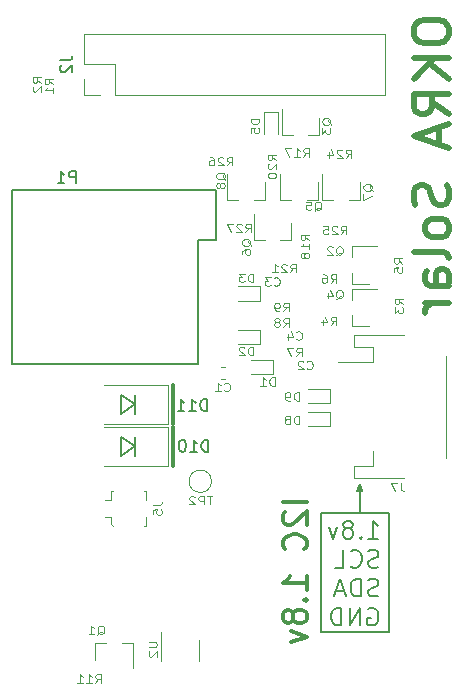
<source format=gbo>
G04 #@! TF.GenerationSoftware,KiCad,Pcbnew,(5.1.4-dirty)*
G04 #@! TF.CreationDate,2020-05-21T00:04:07+08:00*
G04 #@! TF.ProjectId,cicada-4g,63696361-6461-42d3-9467-2e6b69636164,0.1*
G04 #@! TF.SameCoordinates,PX7cee6c0PY3dfd240*
G04 #@! TF.FileFunction,Legend,Bot*
G04 #@! TF.FilePolarity,Positive*
%FSLAX46Y46*%
G04 Gerber Fmt 4.6, Leading zero omitted, Abs format (unit mm)*
G04 Created by KiCad (PCBNEW (5.1.4-dirty)) date 2020-05-21 00:04:07*
%MOMM*%
%LPD*%
G04 APERTURE LIST*
%ADD10C,0.500000*%
%ADD11C,0.200000*%
%ADD12C,0.300000*%
%ADD13C,0.120000*%
%ADD14C,0.150000*%
G04 APERTURE END LIST*
D10*
X35157142Y-1928571D02*
X35157142Y-2500000D01*
X35300000Y-2785714D01*
X35585714Y-3071428D01*
X36157142Y-3214285D01*
X37157142Y-3214285D01*
X37728571Y-3071428D01*
X38014285Y-2785714D01*
X38157142Y-2500000D01*
X38157142Y-1928571D01*
X38014285Y-1642857D01*
X37728571Y-1357142D01*
X37157142Y-1214285D01*
X36157142Y-1214285D01*
X35585714Y-1357142D01*
X35300000Y-1642857D01*
X35157142Y-1928571D01*
X38157142Y-4500000D02*
X35157142Y-4500000D01*
X38157142Y-6214285D02*
X36442857Y-4928571D01*
X35157142Y-6214285D02*
X36871428Y-4500000D01*
X38157142Y-9214285D02*
X36728571Y-8214285D01*
X38157142Y-7500000D02*
X35157142Y-7500000D01*
X35157142Y-8642857D01*
X35300000Y-8928571D01*
X35442857Y-9071428D01*
X35728571Y-9214285D01*
X36157142Y-9214285D01*
X36442857Y-9071428D01*
X36585714Y-8928571D01*
X36728571Y-8642857D01*
X36728571Y-7500000D01*
X37300000Y-10357142D02*
X37300000Y-11785714D01*
X38157142Y-10071428D02*
X35157142Y-11071428D01*
X38157142Y-12071428D01*
X38014285Y-15214285D02*
X38157142Y-15642857D01*
X38157142Y-16357142D01*
X38014285Y-16642857D01*
X37871428Y-16785714D01*
X37585714Y-16928571D01*
X37300000Y-16928571D01*
X37014285Y-16785714D01*
X36871428Y-16642857D01*
X36728571Y-16357142D01*
X36585714Y-15785714D01*
X36442857Y-15500000D01*
X36300000Y-15357142D01*
X36014285Y-15214285D01*
X35728571Y-15214285D01*
X35442857Y-15357142D01*
X35300000Y-15500000D01*
X35157142Y-15785714D01*
X35157142Y-16500000D01*
X35300000Y-16928571D01*
X38157142Y-18642857D02*
X38014285Y-18357142D01*
X37871428Y-18214285D01*
X37585714Y-18071428D01*
X36728571Y-18071428D01*
X36442857Y-18214285D01*
X36300000Y-18357142D01*
X36157142Y-18642857D01*
X36157142Y-19071428D01*
X36300000Y-19357142D01*
X36442857Y-19500000D01*
X36728571Y-19642857D01*
X37585714Y-19642857D01*
X37871428Y-19500000D01*
X38014285Y-19357142D01*
X38157142Y-19071428D01*
X38157142Y-18642857D01*
X38157142Y-21357142D02*
X38014285Y-21071428D01*
X37728571Y-20928571D01*
X35157142Y-20928571D01*
X38157142Y-23785714D02*
X36585714Y-23785714D01*
X36300000Y-23642857D01*
X36157142Y-23357142D01*
X36157142Y-22785714D01*
X36300000Y-22500000D01*
X38014285Y-23785714D02*
X38157142Y-23500000D01*
X38157142Y-22785714D01*
X38014285Y-22500000D01*
X37728571Y-22357142D01*
X37442857Y-22357142D01*
X37157142Y-22500000D01*
X37014285Y-22785714D01*
X37014285Y-23500000D01*
X36871428Y-23785714D01*
X38157142Y-25214285D02*
X36157142Y-25214285D01*
X36728571Y-25214285D02*
X36442857Y-25357142D01*
X36300000Y-25500000D01*
X36157142Y-25785714D01*
X36157142Y-26071428D01*
D11*
X30400000Y-41150000D02*
X30600000Y-40550000D01*
X30800000Y-41150000D02*
X30400000Y-41150000D01*
X30600000Y-40550000D02*
X30800000Y-41150000D01*
X30600000Y-43000000D02*
X30600000Y-40550000D01*
X33050000Y-53100000D02*
X33050000Y-43000000D01*
X27350000Y-53100000D02*
X33050000Y-53100000D01*
X27350000Y-43000000D02*
X27350000Y-53100000D01*
X33050000Y-43000000D02*
X27350000Y-43000000D01*
X31327142Y-45153571D02*
X32184285Y-45153571D01*
X31755714Y-45153571D02*
X31755714Y-43653571D01*
X31898571Y-43867857D01*
X32041428Y-44010714D01*
X32184285Y-44082142D01*
X30684285Y-45010714D02*
X30612857Y-45082142D01*
X30684285Y-45153571D01*
X30755714Y-45082142D01*
X30684285Y-45010714D01*
X30684285Y-45153571D01*
X29755714Y-44296428D02*
X29898571Y-44225000D01*
X29970000Y-44153571D01*
X30041428Y-44010714D01*
X30041428Y-43939285D01*
X29970000Y-43796428D01*
X29898571Y-43725000D01*
X29755714Y-43653571D01*
X29470000Y-43653571D01*
X29327142Y-43725000D01*
X29255714Y-43796428D01*
X29184285Y-43939285D01*
X29184285Y-44010714D01*
X29255714Y-44153571D01*
X29327142Y-44225000D01*
X29470000Y-44296428D01*
X29755714Y-44296428D01*
X29898571Y-44367857D01*
X29970000Y-44439285D01*
X30041428Y-44582142D01*
X30041428Y-44867857D01*
X29970000Y-45010714D01*
X29898571Y-45082142D01*
X29755714Y-45153571D01*
X29470000Y-45153571D01*
X29327142Y-45082142D01*
X29255714Y-45010714D01*
X29184285Y-44867857D01*
X29184285Y-44582142D01*
X29255714Y-44439285D01*
X29327142Y-44367857D01*
X29470000Y-44296428D01*
X28684285Y-44153571D02*
X28327142Y-45153571D01*
X27970000Y-44153571D01*
X32184285Y-47532142D02*
X31970000Y-47603571D01*
X31612857Y-47603571D01*
X31470000Y-47532142D01*
X31398571Y-47460714D01*
X31327142Y-47317857D01*
X31327142Y-47175000D01*
X31398571Y-47032142D01*
X31470000Y-46960714D01*
X31612857Y-46889285D01*
X31898571Y-46817857D01*
X32041428Y-46746428D01*
X32112857Y-46675000D01*
X32184285Y-46532142D01*
X32184285Y-46389285D01*
X32112857Y-46246428D01*
X32041428Y-46175000D01*
X31898571Y-46103571D01*
X31541428Y-46103571D01*
X31327142Y-46175000D01*
X29827142Y-47460714D02*
X29898571Y-47532142D01*
X30112857Y-47603571D01*
X30255714Y-47603571D01*
X30470000Y-47532142D01*
X30612857Y-47389285D01*
X30684285Y-47246428D01*
X30755714Y-46960714D01*
X30755714Y-46746428D01*
X30684285Y-46460714D01*
X30612857Y-46317857D01*
X30470000Y-46175000D01*
X30255714Y-46103571D01*
X30112857Y-46103571D01*
X29898571Y-46175000D01*
X29827142Y-46246428D01*
X28470000Y-47603571D02*
X29184285Y-47603571D01*
X29184285Y-46103571D01*
X32184285Y-49982142D02*
X31970000Y-50053571D01*
X31612857Y-50053571D01*
X31470000Y-49982142D01*
X31398571Y-49910714D01*
X31327142Y-49767857D01*
X31327142Y-49625000D01*
X31398571Y-49482142D01*
X31470000Y-49410714D01*
X31612857Y-49339285D01*
X31898571Y-49267857D01*
X32041428Y-49196428D01*
X32112857Y-49125000D01*
X32184285Y-48982142D01*
X32184285Y-48839285D01*
X32112857Y-48696428D01*
X32041428Y-48625000D01*
X31898571Y-48553571D01*
X31541428Y-48553571D01*
X31327142Y-48625000D01*
X30684285Y-50053571D02*
X30684285Y-48553571D01*
X30327142Y-48553571D01*
X30112857Y-48625000D01*
X29970000Y-48767857D01*
X29898571Y-48910714D01*
X29827142Y-49196428D01*
X29827142Y-49410714D01*
X29898571Y-49696428D01*
X29970000Y-49839285D01*
X30112857Y-49982142D01*
X30327142Y-50053571D01*
X30684285Y-50053571D01*
X29255714Y-49625000D02*
X28541428Y-49625000D01*
X29398571Y-50053571D02*
X28898571Y-48553571D01*
X28398571Y-50053571D01*
X31327142Y-51075000D02*
X31470000Y-51003571D01*
X31684285Y-51003571D01*
X31898571Y-51075000D01*
X32041428Y-51217857D01*
X32112857Y-51360714D01*
X32184285Y-51646428D01*
X32184285Y-51860714D01*
X32112857Y-52146428D01*
X32041428Y-52289285D01*
X31898571Y-52432142D01*
X31684285Y-52503571D01*
X31541428Y-52503571D01*
X31327142Y-52432142D01*
X31255714Y-52360714D01*
X31255714Y-51860714D01*
X31541428Y-51860714D01*
X30612857Y-52503571D02*
X30612857Y-51003571D01*
X29755714Y-52503571D01*
X29755714Y-51003571D01*
X29041428Y-52503571D02*
X29041428Y-51003571D01*
X28684285Y-51003571D01*
X28470000Y-51075000D01*
X28327142Y-51217857D01*
X28255714Y-51360714D01*
X28184285Y-51646428D01*
X28184285Y-51860714D01*
X28255714Y-52146428D01*
X28327142Y-52289285D01*
X28470000Y-52432142D01*
X28684285Y-52503571D01*
X29041428Y-52503571D01*
D12*
X26104761Y-42042857D02*
X24104761Y-42042857D01*
X24295238Y-42900000D02*
X24200000Y-42995238D01*
X24104761Y-43185714D01*
X24104761Y-43661904D01*
X24200000Y-43852380D01*
X24295238Y-43947619D01*
X24485714Y-44042857D01*
X24676190Y-44042857D01*
X24961904Y-43947619D01*
X26104761Y-42804761D01*
X26104761Y-44042857D01*
X25914285Y-46042857D02*
X26009523Y-45947619D01*
X26104761Y-45661904D01*
X26104761Y-45471428D01*
X26009523Y-45185714D01*
X25819047Y-44995238D01*
X25628571Y-44900000D01*
X25247619Y-44804761D01*
X24961904Y-44804761D01*
X24580952Y-44900000D01*
X24390476Y-44995238D01*
X24200000Y-45185714D01*
X24104761Y-45471428D01*
X24104761Y-45661904D01*
X24200000Y-45947619D01*
X24295238Y-46042857D01*
X26104761Y-49471428D02*
X26104761Y-48328571D01*
X26104761Y-48900000D02*
X24104761Y-48900000D01*
X24390476Y-48709523D01*
X24580952Y-48519047D01*
X24676190Y-48328571D01*
X25914285Y-50328571D02*
X26009523Y-50423809D01*
X26104761Y-50328571D01*
X26009523Y-50233333D01*
X25914285Y-50328571D01*
X26104761Y-50328571D01*
X24961904Y-51566666D02*
X24866666Y-51376190D01*
X24771428Y-51280952D01*
X24580952Y-51185714D01*
X24485714Y-51185714D01*
X24295238Y-51280952D01*
X24200000Y-51376190D01*
X24104761Y-51566666D01*
X24104761Y-51947619D01*
X24200000Y-52138095D01*
X24295238Y-52233333D01*
X24485714Y-52328571D01*
X24580952Y-52328571D01*
X24771428Y-52233333D01*
X24866666Y-52138095D01*
X24961904Y-51947619D01*
X24961904Y-51566666D01*
X25057142Y-51376190D01*
X25152380Y-51280952D01*
X25342857Y-51185714D01*
X25723809Y-51185714D01*
X25914285Y-51280952D01*
X26009523Y-51376190D01*
X26104761Y-51566666D01*
X26104761Y-51947619D01*
X26009523Y-52138095D01*
X25914285Y-52233333D01*
X25723809Y-52328571D01*
X25342857Y-52328571D01*
X25152380Y-52233333D01*
X25057142Y-52138095D01*
X24961904Y-51947619D01*
X24771428Y-52995238D02*
X26104761Y-53471428D01*
X24771428Y-53947619D01*
D13*
X7240000Y-2400000D02*
X7240000Y-5000000D01*
X7240000Y-2400000D02*
X32760000Y-2400000D01*
X32760000Y-2400000D02*
X32760000Y-7600000D01*
X9840000Y-7600000D02*
X32760000Y-7600000D01*
X9840000Y-5000000D02*
X9840000Y-7600000D01*
X7240000Y-5000000D02*
X9840000Y-5000000D01*
X7240000Y-7600000D02*
X8570000Y-7600000D01*
X7240000Y-6270000D02*
X7240000Y-7600000D01*
X12500000Y-44100000D02*
X12500000Y-43300000D01*
X12300000Y-44100000D02*
X12500000Y-44100000D01*
X12500000Y-41100000D02*
X12300000Y-41100000D01*
X12500000Y-41900000D02*
X12500000Y-41100000D01*
X9500000Y-41100000D02*
X9500000Y-41900000D01*
X9700000Y-41100000D02*
X9500000Y-41100000D01*
X9500000Y-43900000D02*
X9700000Y-44100000D01*
X9500000Y-43300000D02*
X9500000Y-43900000D01*
X9500000Y-43300000D02*
X9000000Y-43300000D01*
X9500000Y-41900000D02*
X9000000Y-41900000D01*
D12*
X14750000Y-35700000D02*
X14750000Y-39000000D01*
D14*
X11550000Y-37350000D02*
X10350000Y-38150000D01*
X10350000Y-36550000D02*
X11550000Y-37350000D01*
X10350000Y-36550000D02*
X10350000Y-38150000D01*
X11550000Y-36550000D02*
X11550000Y-38150000D01*
D13*
X14350000Y-35700000D02*
X8950000Y-35700000D01*
X14350000Y-39000000D02*
X8950000Y-39000000D01*
X14350000Y-35700000D02*
X14350000Y-39000000D01*
D12*
X14750000Y-32150000D02*
X14750000Y-35450000D01*
D14*
X11550000Y-33800000D02*
X10350000Y-34600000D01*
X10350000Y-33000000D02*
X11550000Y-33800000D01*
X10350000Y-33000000D02*
X10350000Y-34600000D01*
X11550000Y-33000000D02*
X11550000Y-34600000D01*
D13*
X14350000Y-32150000D02*
X8950000Y-32150000D01*
X14350000Y-35450000D02*
X8950000Y-35450000D01*
X14350000Y-32150000D02*
X14350000Y-35450000D01*
D14*
X16900000Y-30350000D02*
X1150000Y-30350000D01*
X1150000Y-30350000D02*
X1150000Y-15600000D01*
X1150000Y-15600000D02*
X18400000Y-15600000D01*
X18400000Y-15600000D02*
X18400000Y-19850000D01*
X18400000Y-19850000D02*
X16900000Y-19850000D01*
X16900000Y-19850000D02*
X16900000Y-30350000D01*
D13*
X37910000Y-29660000D02*
X37910000Y-38340000D01*
X31690000Y-39040000D02*
X31690000Y-37760000D01*
X30090000Y-39040000D02*
X31690000Y-39040000D01*
X30090000Y-40060000D02*
X30090000Y-39040000D01*
X34340000Y-40060000D02*
X30090000Y-40060000D01*
X31690000Y-30240000D02*
X28800000Y-30240000D01*
X31690000Y-28960000D02*
X31690000Y-30240000D01*
X30090000Y-28960000D02*
X31690000Y-28960000D01*
X30090000Y-27940000D02*
X30090000Y-28960000D01*
X34340000Y-27940000D02*
X30090000Y-27940000D01*
X13790000Y-55500000D02*
X13790000Y-53050000D01*
X17010000Y-53700000D02*
X17010000Y-55500000D01*
X18050000Y-40300000D02*
G75*
G03X18050000Y-40300000I-950000J0D01*
G01*
X22540660Y-16454974D02*
X22540660Y-14994974D01*
X19380660Y-16454974D02*
X19380660Y-14294974D01*
X19380660Y-16454974D02*
X20310660Y-16454974D01*
X22540660Y-16454974D02*
X21610660Y-16454974D01*
X30580000Y-16460000D02*
X30580000Y-15000000D01*
X27420000Y-16460000D02*
X27420000Y-14300000D01*
X27420000Y-16460000D02*
X28350000Y-16460000D01*
X30580000Y-16460000D02*
X29650000Y-16460000D01*
X24780000Y-19860000D02*
X24780000Y-18400000D01*
X21620000Y-19860000D02*
X21620000Y-17700000D01*
X21620000Y-19860000D02*
X22550000Y-19860000D01*
X24780000Y-19860000D02*
X23850000Y-19860000D01*
X27030000Y-16460000D02*
X27030000Y-15000000D01*
X23870000Y-16460000D02*
X23870000Y-14300000D01*
X23870000Y-16460000D02*
X24800000Y-16460000D01*
X27030000Y-16460000D02*
X26100000Y-16460000D01*
X29940000Y-27180000D02*
X31400000Y-27180000D01*
X29940000Y-24020000D02*
X32100000Y-24020000D01*
X29940000Y-24020000D02*
X29940000Y-24950000D01*
X29940000Y-27180000D02*
X29940000Y-26250000D01*
X27148579Y-10980000D02*
X27148579Y-9520000D01*
X23988579Y-10980000D02*
X23988579Y-8820000D01*
X23988579Y-10980000D02*
X24918579Y-10980000D01*
X27148579Y-10980000D02*
X26218579Y-10980000D01*
X29940000Y-23580000D02*
X31400000Y-23580000D01*
X29940000Y-20420000D02*
X32100000Y-20420000D01*
X29940000Y-20420000D02*
X29940000Y-21350000D01*
X29940000Y-23580000D02*
X29940000Y-22650000D01*
X8220000Y-53990000D02*
X8220000Y-55450000D01*
X11380000Y-53990000D02*
X11380000Y-56150000D01*
X11380000Y-53990000D02*
X10450000Y-53990000D01*
X8220000Y-53990000D02*
X9150000Y-53990000D01*
X26200000Y-33650000D02*
X28050000Y-33650000D01*
X26200000Y-32450000D02*
X28050000Y-32450000D01*
X28050000Y-32450000D02*
X28050000Y-33650000D01*
X26200000Y-35650000D02*
X28050000Y-35650000D01*
X26200000Y-34450000D02*
X28050000Y-34450000D01*
X28050000Y-34450000D02*
X28050000Y-35650000D01*
X23658579Y-10900000D02*
X23658579Y-9050000D01*
X22458579Y-10900000D02*
X22458579Y-9050000D01*
X22458579Y-9050000D02*
X23658579Y-9050000D01*
X20300000Y-25000000D02*
X22150000Y-25000000D01*
X20300000Y-23800000D02*
X22150000Y-23800000D01*
X22150000Y-23800000D02*
X22150000Y-25000000D01*
X20300000Y-28700000D02*
X22150000Y-28700000D01*
X20300000Y-27500000D02*
X22150000Y-27500000D01*
X22150000Y-27500000D02*
X22150000Y-28700000D01*
X21400000Y-31200000D02*
X23250000Y-31200000D01*
X21400000Y-30000000D02*
X23250000Y-30000000D01*
X23250000Y-30000000D02*
X23250000Y-31200000D01*
X19212779Y-31610000D02*
X18887221Y-31610000D01*
X19212779Y-30590000D02*
X18887221Y-30590000D01*
D14*
X5252380Y-4666666D02*
X5966666Y-4666666D01*
X6109523Y-4619047D01*
X6204761Y-4523809D01*
X6252380Y-4380952D01*
X6252380Y-4285714D01*
X5347619Y-5095238D02*
X5300000Y-5142857D01*
X5252380Y-5238095D01*
X5252380Y-5476190D01*
X5300000Y-5571428D01*
X5347619Y-5619047D01*
X5442857Y-5666666D01*
X5538095Y-5666666D01*
X5680952Y-5619047D01*
X6252380Y-5047619D01*
X6252380Y-5666666D01*
D13*
X13116666Y-42333333D02*
X13616666Y-42333333D01*
X13716666Y-42295238D01*
X13783333Y-42219047D01*
X13816666Y-42104761D01*
X13816666Y-42028571D01*
X13116666Y-43095238D02*
X13116666Y-42714285D01*
X13450000Y-42676190D01*
X13416666Y-42714285D01*
X13383333Y-42790476D01*
X13383333Y-42980952D01*
X13416666Y-43057142D01*
X13450000Y-43095238D01*
X13516666Y-43133333D01*
X13683333Y-43133333D01*
X13750000Y-43095238D01*
X13783333Y-43057142D01*
X13816666Y-42980952D01*
X13816666Y-42790476D01*
X13783333Y-42714285D01*
X13750000Y-42676190D01*
D14*
X17764285Y-37802380D02*
X17764285Y-36802380D01*
X17526190Y-36802380D01*
X17383333Y-36850000D01*
X17288095Y-36945238D01*
X17240476Y-37040476D01*
X17192857Y-37230952D01*
X17192857Y-37373809D01*
X17240476Y-37564285D01*
X17288095Y-37659523D01*
X17383333Y-37754761D01*
X17526190Y-37802380D01*
X17764285Y-37802380D01*
X16240476Y-37802380D02*
X16811904Y-37802380D01*
X16526190Y-37802380D02*
X16526190Y-36802380D01*
X16621428Y-36945238D01*
X16716666Y-37040476D01*
X16811904Y-37088095D01*
X15621428Y-36802380D02*
X15526190Y-36802380D01*
X15430952Y-36850000D01*
X15383333Y-36897619D01*
X15335714Y-36992857D01*
X15288095Y-37183333D01*
X15288095Y-37421428D01*
X15335714Y-37611904D01*
X15383333Y-37707142D01*
X15430952Y-37754761D01*
X15526190Y-37802380D01*
X15621428Y-37802380D01*
X15716666Y-37754761D01*
X15764285Y-37707142D01*
X15811904Y-37611904D01*
X15859523Y-37421428D01*
X15859523Y-37183333D01*
X15811904Y-36992857D01*
X15764285Y-36897619D01*
X15716666Y-36850000D01*
X15621428Y-36802380D01*
X17664285Y-34352380D02*
X17664285Y-33352380D01*
X17426190Y-33352380D01*
X17283333Y-33400000D01*
X17188095Y-33495238D01*
X17140476Y-33590476D01*
X17092857Y-33780952D01*
X17092857Y-33923809D01*
X17140476Y-34114285D01*
X17188095Y-34209523D01*
X17283333Y-34304761D01*
X17426190Y-34352380D01*
X17664285Y-34352380D01*
X16140476Y-34352380D02*
X16711904Y-34352380D01*
X16426190Y-34352380D02*
X16426190Y-33352380D01*
X16521428Y-33495238D01*
X16616666Y-33590476D01*
X16711904Y-33638095D01*
X15188095Y-34352380D02*
X15759523Y-34352380D01*
X15473809Y-34352380D02*
X15473809Y-33352380D01*
X15569047Y-33495238D01*
X15664285Y-33590476D01*
X15759523Y-33638095D01*
X6538095Y-15052380D02*
X6538095Y-14052380D01*
X6157142Y-14052380D01*
X6061904Y-14100000D01*
X6014285Y-14147619D01*
X5966666Y-14242857D01*
X5966666Y-14385714D01*
X6014285Y-14480952D01*
X6061904Y-14528571D01*
X6157142Y-14576190D01*
X6538095Y-14576190D01*
X5014285Y-15052380D02*
X5585714Y-15052380D01*
X5300000Y-15052380D02*
X5300000Y-14052380D01*
X5395238Y-14195238D01*
X5490476Y-14290476D01*
X5585714Y-14338095D01*
D13*
X34066666Y-40416666D02*
X34066666Y-40916666D01*
X34104761Y-41016666D01*
X34180952Y-41083333D01*
X34295238Y-41116666D01*
X34371428Y-41116666D01*
X33761904Y-40416666D02*
X33228571Y-40416666D01*
X33571428Y-41116666D01*
X20914285Y-19216666D02*
X21180952Y-18883333D01*
X21371428Y-19216666D02*
X21371428Y-18516666D01*
X21066666Y-18516666D01*
X20990476Y-18550000D01*
X20952380Y-18583333D01*
X20914285Y-18650000D01*
X20914285Y-18750000D01*
X20952380Y-18816666D01*
X20990476Y-18850000D01*
X21066666Y-18883333D01*
X21371428Y-18883333D01*
X20609523Y-18583333D02*
X20571428Y-18550000D01*
X20495238Y-18516666D01*
X20304761Y-18516666D01*
X20228571Y-18550000D01*
X20190476Y-18583333D01*
X20152380Y-18650000D01*
X20152380Y-18716666D01*
X20190476Y-18816666D01*
X20647619Y-19216666D01*
X20152380Y-19216666D01*
X19885714Y-18516666D02*
X19352380Y-18516666D01*
X19695238Y-19216666D01*
X19364285Y-13566666D02*
X19630952Y-13233333D01*
X19821428Y-13566666D02*
X19821428Y-12866666D01*
X19516666Y-12866666D01*
X19440476Y-12900000D01*
X19402380Y-12933333D01*
X19364285Y-13000000D01*
X19364285Y-13100000D01*
X19402380Y-13166666D01*
X19440476Y-13200000D01*
X19516666Y-13233333D01*
X19821428Y-13233333D01*
X19059523Y-12933333D02*
X19021428Y-12900000D01*
X18945238Y-12866666D01*
X18754761Y-12866666D01*
X18678571Y-12900000D01*
X18640476Y-12933333D01*
X18602380Y-13000000D01*
X18602380Y-13066666D01*
X18640476Y-13166666D01*
X19097619Y-13566666D01*
X18602380Y-13566666D01*
X17916666Y-12866666D02*
X18069047Y-12866666D01*
X18145238Y-12900000D01*
X18183333Y-12933333D01*
X18259523Y-13033333D01*
X18297619Y-13166666D01*
X18297619Y-13433333D01*
X18259523Y-13500000D01*
X18221428Y-13533333D01*
X18145238Y-13566666D01*
X17992857Y-13566666D01*
X17916666Y-13533333D01*
X17878571Y-13500000D01*
X17840476Y-13433333D01*
X17840476Y-13266666D01*
X17878571Y-13200000D01*
X17916666Y-13166666D01*
X17992857Y-13133333D01*
X18145238Y-13133333D01*
X18221428Y-13166666D01*
X18259523Y-13200000D01*
X18297619Y-13266666D01*
X29014285Y-19386666D02*
X29280952Y-19053333D01*
X29471428Y-19386666D02*
X29471428Y-18686666D01*
X29166666Y-18686666D01*
X29090476Y-18720000D01*
X29052380Y-18753333D01*
X29014285Y-18820000D01*
X29014285Y-18920000D01*
X29052380Y-18986666D01*
X29090476Y-19020000D01*
X29166666Y-19053333D01*
X29471428Y-19053333D01*
X28709523Y-18753333D02*
X28671428Y-18720000D01*
X28595238Y-18686666D01*
X28404761Y-18686666D01*
X28328571Y-18720000D01*
X28290476Y-18753333D01*
X28252380Y-18820000D01*
X28252380Y-18886666D01*
X28290476Y-18986666D01*
X28747619Y-19386666D01*
X28252380Y-19386666D01*
X27528571Y-18686666D02*
X27909523Y-18686666D01*
X27947619Y-19020000D01*
X27909523Y-18986666D01*
X27833333Y-18953333D01*
X27642857Y-18953333D01*
X27566666Y-18986666D01*
X27528571Y-19020000D01*
X27490476Y-19086666D01*
X27490476Y-19253333D01*
X27528571Y-19320000D01*
X27566666Y-19353333D01*
X27642857Y-19386666D01*
X27833333Y-19386666D01*
X27909523Y-19353333D01*
X27947619Y-19320000D01*
X29414285Y-12916666D02*
X29680952Y-12583333D01*
X29871428Y-12916666D02*
X29871428Y-12216666D01*
X29566666Y-12216666D01*
X29490476Y-12250000D01*
X29452380Y-12283333D01*
X29414285Y-12350000D01*
X29414285Y-12450000D01*
X29452380Y-12516666D01*
X29490476Y-12550000D01*
X29566666Y-12583333D01*
X29871428Y-12583333D01*
X29109523Y-12283333D02*
X29071428Y-12250000D01*
X28995238Y-12216666D01*
X28804761Y-12216666D01*
X28728571Y-12250000D01*
X28690476Y-12283333D01*
X28652380Y-12350000D01*
X28652380Y-12416666D01*
X28690476Y-12516666D01*
X29147619Y-12916666D01*
X28652380Y-12916666D01*
X27966666Y-12450000D02*
X27966666Y-12916666D01*
X28157142Y-12183333D02*
X28347619Y-12683333D01*
X27852380Y-12683333D01*
X24714285Y-22616666D02*
X24980952Y-22283333D01*
X25171428Y-22616666D02*
X25171428Y-21916666D01*
X24866666Y-21916666D01*
X24790476Y-21950000D01*
X24752380Y-21983333D01*
X24714285Y-22050000D01*
X24714285Y-22150000D01*
X24752380Y-22216666D01*
X24790476Y-22250000D01*
X24866666Y-22283333D01*
X25171428Y-22283333D01*
X24409523Y-21983333D02*
X24371428Y-21950000D01*
X24295238Y-21916666D01*
X24104761Y-21916666D01*
X24028571Y-21950000D01*
X23990476Y-21983333D01*
X23952380Y-22050000D01*
X23952380Y-22116666D01*
X23990476Y-22216666D01*
X24447619Y-22616666D01*
X23952380Y-22616666D01*
X23190476Y-22616666D02*
X23647619Y-22616666D01*
X23419047Y-22616666D02*
X23419047Y-21916666D01*
X23495238Y-22016666D01*
X23571428Y-22083333D01*
X23647619Y-22116666D01*
X23516666Y-13135714D02*
X23183333Y-12869047D01*
X23516666Y-12678571D02*
X22816666Y-12678571D01*
X22816666Y-12983333D01*
X22850000Y-13059523D01*
X22883333Y-13097619D01*
X22950000Y-13135714D01*
X23050000Y-13135714D01*
X23116666Y-13097619D01*
X23150000Y-13059523D01*
X23183333Y-12983333D01*
X23183333Y-12678571D01*
X22883333Y-13440476D02*
X22850000Y-13478571D01*
X22816666Y-13554761D01*
X22816666Y-13745238D01*
X22850000Y-13821428D01*
X22883333Y-13859523D01*
X22950000Y-13897619D01*
X23016666Y-13897619D01*
X23116666Y-13859523D01*
X23516666Y-13402380D01*
X23516666Y-13897619D01*
X22816666Y-14392857D02*
X22816666Y-14469047D01*
X22850000Y-14545238D01*
X22883333Y-14583333D01*
X22950000Y-14621428D01*
X23083333Y-14659523D01*
X23250000Y-14659523D01*
X23383333Y-14621428D01*
X23450000Y-14583333D01*
X23483333Y-14545238D01*
X23516666Y-14469047D01*
X23516666Y-14392857D01*
X23483333Y-14316666D01*
X23450000Y-14278571D01*
X23383333Y-14240476D01*
X23250000Y-14202380D01*
X23083333Y-14202380D01*
X22950000Y-14240476D01*
X22883333Y-14278571D01*
X22850000Y-14316666D01*
X22816666Y-14392857D01*
X26316666Y-19885714D02*
X25983333Y-19619047D01*
X26316666Y-19428571D02*
X25616666Y-19428571D01*
X25616666Y-19733333D01*
X25650000Y-19809523D01*
X25683333Y-19847619D01*
X25750000Y-19885714D01*
X25850000Y-19885714D01*
X25916666Y-19847619D01*
X25950000Y-19809523D01*
X25983333Y-19733333D01*
X25983333Y-19428571D01*
X26316666Y-20647619D02*
X26316666Y-20190476D01*
X26316666Y-20419047D02*
X25616666Y-20419047D01*
X25716666Y-20342857D01*
X25783333Y-20266666D01*
X25816666Y-20190476D01*
X25916666Y-21104761D02*
X25883333Y-21028571D01*
X25850000Y-20990476D01*
X25783333Y-20952380D01*
X25750000Y-20952380D01*
X25683333Y-20990476D01*
X25650000Y-21028571D01*
X25616666Y-21104761D01*
X25616666Y-21257142D01*
X25650000Y-21333333D01*
X25683333Y-21371428D01*
X25750000Y-21409523D01*
X25783333Y-21409523D01*
X25850000Y-21371428D01*
X25883333Y-21333333D01*
X25916666Y-21257142D01*
X25916666Y-21104761D01*
X25950000Y-21028571D01*
X25983333Y-20990476D01*
X26050000Y-20952380D01*
X26183333Y-20952380D01*
X26250000Y-20990476D01*
X26283333Y-21028571D01*
X26316666Y-21104761D01*
X26316666Y-21257142D01*
X26283333Y-21333333D01*
X26250000Y-21371428D01*
X26183333Y-21409523D01*
X26050000Y-21409523D01*
X25983333Y-21371428D01*
X25950000Y-21333333D01*
X25916666Y-21257142D01*
X25814285Y-12816666D02*
X26080952Y-12483333D01*
X26271428Y-12816666D02*
X26271428Y-12116666D01*
X25966666Y-12116666D01*
X25890476Y-12150000D01*
X25852380Y-12183333D01*
X25814285Y-12250000D01*
X25814285Y-12350000D01*
X25852380Y-12416666D01*
X25890476Y-12450000D01*
X25966666Y-12483333D01*
X26271428Y-12483333D01*
X25052380Y-12816666D02*
X25509523Y-12816666D01*
X25280952Y-12816666D02*
X25280952Y-12116666D01*
X25357142Y-12216666D01*
X25433333Y-12283333D01*
X25509523Y-12316666D01*
X24785714Y-12116666D02*
X24252380Y-12116666D01*
X24595238Y-12816666D01*
X8195046Y-57350119D02*
X8461713Y-57016786D01*
X8652189Y-57350119D02*
X8652189Y-56650119D01*
X8347427Y-56650119D01*
X8271237Y-56683453D01*
X8233141Y-56716786D01*
X8195046Y-56783453D01*
X8195046Y-56883453D01*
X8233141Y-56950119D01*
X8271237Y-56983453D01*
X8347427Y-57016786D01*
X8652189Y-57016786D01*
X7433141Y-57350119D02*
X7890284Y-57350119D01*
X7661713Y-57350119D02*
X7661713Y-56650119D01*
X7737903Y-56750119D01*
X7814094Y-56816786D01*
X7890284Y-56850119D01*
X6671237Y-57350119D02*
X7128380Y-57350119D01*
X6899808Y-57350119D02*
X6899808Y-56650119D01*
X6975999Y-56750119D01*
X7052189Y-56816786D01*
X7128380Y-56850119D01*
X24133333Y-25916666D02*
X24400000Y-25583333D01*
X24590476Y-25916666D02*
X24590476Y-25216666D01*
X24285714Y-25216666D01*
X24209523Y-25250000D01*
X24171428Y-25283333D01*
X24133333Y-25350000D01*
X24133333Y-25450000D01*
X24171428Y-25516666D01*
X24209523Y-25550000D01*
X24285714Y-25583333D01*
X24590476Y-25583333D01*
X23752380Y-25916666D02*
X23600000Y-25916666D01*
X23523809Y-25883333D01*
X23485714Y-25850000D01*
X23409523Y-25750000D01*
X23371428Y-25616666D01*
X23371428Y-25350000D01*
X23409523Y-25283333D01*
X23447619Y-25250000D01*
X23523809Y-25216666D01*
X23676190Y-25216666D01*
X23752380Y-25250000D01*
X23790476Y-25283333D01*
X23828571Y-25350000D01*
X23828571Y-25516666D01*
X23790476Y-25583333D01*
X23752380Y-25616666D01*
X23676190Y-25650000D01*
X23523809Y-25650000D01*
X23447619Y-25616666D01*
X23409523Y-25583333D01*
X23371428Y-25516666D01*
X24133333Y-27216666D02*
X24400000Y-26883333D01*
X24590476Y-27216666D02*
X24590476Y-26516666D01*
X24285714Y-26516666D01*
X24209523Y-26550000D01*
X24171428Y-26583333D01*
X24133333Y-26650000D01*
X24133333Y-26750000D01*
X24171428Y-26816666D01*
X24209523Y-26850000D01*
X24285714Y-26883333D01*
X24590476Y-26883333D01*
X23676190Y-26816666D02*
X23752380Y-26783333D01*
X23790476Y-26750000D01*
X23828571Y-26683333D01*
X23828571Y-26650000D01*
X23790476Y-26583333D01*
X23752380Y-26550000D01*
X23676190Y-26516666D01*
X23523809Y-26516666D01*
X23447619Y-26550000D01*
X23409523Y-26583333D01*
X23371428Y-26650000D01*
X23371428Y-26683333D01*
X23409523Y-26750000D01*
X23447619Y-26783333D01*
X23523809Y-26816666D01*
X23676190Y-26816666D01*
X23752380Y-26850000D01*
X23790476Y-26883333D01*
X23828571Y-26950000D01*
X23828571Y-27083333D01*
X23790476Y-27150000D01*
X23752380Y-27183333D01*
X23676190Y-27216666D01*
X23523809Y-27216666D01*
X23447619Y-27183333D01*
X23409523Y-27150000D01*
X23371428Y-27083333D01*
X23371428Y-26950000D01*
X23409523Y-26883333D01*
X23447619Y-26850000D01*
X23523809Y-26816666D01*
X25233333Y-29716666D02*
X25500000Y-29383333D01*
X25690476Y-29716666D02*
X25690476Y-29016666D01*
X25385714Y-29016666D01*
X25309523Y-29050000D01*
X25271428Y-29083333D01*
X25233333Y-29150000D01*
X25233333Y-29250000D01*
X25271428Y-29316666D01*
X25309523Y-29350000D01*
X25385714Y-29383333D01*
X25690476Y-29383333D01*
X24966666Y-29016666D02*
X24433333Y-29016666D01*
X24776190Y-29716666D01*
X28133333Y-23486666D02*
X28400000Y-23153333D01*
X28590476Y-23486666D02*
X28590476Y-22786666D01*
X28285714Y-22786666D01*
X28209523Y-22820000D01*
X28171428Y-22853333D01*
X28133333Y-22920000D01*
X28133333Y-23020000D01*
X28171428Y-23086666D01*
X28209523Y-23120000D01*
X28285714Y-23153333D01*
X28590476Y-23153333D01*
X27447619Y-22786666D02*
X27600000Y-22786666D01*
X27676190Y-22820000D01*
X27714285Y-22853333D01*
X27790476Y-22953333D01*
X27828571Y-23086666D01*
X27828571Y-23353333D01*
X27790476Y-23420000D01*
X27752380Y-23453333D01*
X27676190Y-23486666D01*
X27523809Y-23486666D01*
X27447619Y-23453333D01*
X27409523Y-23420000D01*
X27371428Y-23353333D01*
X27371428Y-23186666D01*
X27409523Y-23120000D01*
X27447619Y-23086666D01*
X27523809Y-23053333D01*
X27676190Y-23053333D01*
X27752380Y-23086666D01*
X27790476Y-23120000D01*
X27828571Y-23186666D01*
X34216666Y-21866666D02*
X33883333Y-21600000D01*
X34216666Y-21409523D02*
X33516666Y-21409523D01*
X33516666Y-21714285D01*
X33550000Y-21790476D01*
X33583333Y-21828571D01*
X33650000Y-21866666D01*
X33750000Y-21866666D01*
X33816666Y-21828571D01*
X33850000Y-21790476D01*
X33883333Y-21714285D01*
X33883333Y-21409523D01*
X33516666Y-22590476D02*
X33516666Y-22209523D01*
X33850000Y-22171428D01*
X33816666Y-22209523D01*
X33783333Y-22285714D01*
X33783333Y-22476190D01*
X33816666Y-22552380D01*
X33850000Y-22590476D01*
X33916666Y-22628571D01*
X34083333Y-22628571D01*
X34150000Y-22590476D01*
X34183333Y-22552380D01*
X34216666Y-22476190D01*
X34216666Y-22285714D01*
X34183333Y-22209523D01*
X34150000Y-22171428D01*
X28133333Y-27086666D02*
X28400000Y-26753333D01*
X28590476Y-27086666D02*
X28590476Y-26386666D01*
X28285714Y-26386666D01*
X28209523Y-26420000D01*
X28171428Y-26453333D01*
X28133333Y-26520000D01*
X28133333Y-26620000D01*
X28171428Y-26686666D01*
X28209523Y-26720000D01*
X28285714Y-26753333D01*
X28590476Y-26753333D01*
X27447619Y-26620000D02*
X27447619Y-27086666D01*
X27638095Y-26353333D02*
X27828571Y-26853333D01*
X27333333Y-26853333D01*
X34260168Y-25310169D02*
X33926835Y-25043503D01*
X34260168Y-24853026D02*
X33560168Y-24853026D01*
X33560168Y-25157788D01*
X33593502Y-25233979D01*
X33626835Y-25272074D01*
X33693502Y-25310169D01*
X33793502Y-25310169D01*
X33860168Y-25272074D01*
X33893502Y-25233979D01*
X33926835Y-25157788D01*
X33926835Y-24853026D01*
X33560168Y-25576836D02*
X33560168Y-26072074D01*
X33826835Y-25805407D01*
X33826835Y-25919693D01*
X33860168Y-25995883D01*
X33893502Y-26033979D01*
X33960168Y-26072074D01*
X34126835Y-26072074D01*
X34193502Y-26033979D01*
X34226835Y-25995883D01*
X34260168Y-25919693D01*
X34260168Y-25691122D01*
X34226835Y-25614931D01*
X34193502Y-25576836D01*
X3616666Y-6566666D02*
X3283333Y-6300000D01*
X3616666Y-6109523D02*
X2916666Y-6109523D01*
X2916666Y-6414285D01*
X2950000Y-6490476D01*
X2983333Y-6528571D01*
X3050000Y-6566666D01*
X3150000Y-6566666D01*
X3216666Y-6528571D01*
X3250000Y-6490476D01*
X3283333Y-6414285D01*
X3283333Y-6109523D01*
X2983333Y-6871428D02*
X2950000Y-6909523D01*
X2916666Y-6985714D01*
X2916666Y-7176190D01*
X2950000Y-7252380D01*
X2983333Y-7290476D01*
X3050000Y-7328571D01*
X3116666Y-7328571D01*
X3216666Y-7290476D01*
X3616666Y-6833333D01*
X3616666Y-7328571D01*
X4616666Y-6666666D02*
X4283333Y-6400000D01*
X4616666Y-6209523D02*
X3916666Y-6209523D01*
X3916666Y-6514285D01*
X3950000Y-6590476D01*
X3983333Y-6628571D01*
X4050000Y-6666666D01*
X4150000Y-6666666D01*
X4216666Y-6628571D01*
X4250000Y-6590476D01*
X4283333Y-6514285D01*
X4283333Y-6209523D01*
X4616666Y-7428571D02*
X4616666Y-6971428D01*
X4616666Y-7200000D02*
X3916666Y-7200000D01*
X4016666Y-7123809D01*
X4083333Y-7047619D01*
X4116666Y-6971428D01*
X12716666Y-53890476D02*
X13283333Y-53890476D01*
X13350000Y-53928571D01*
X13383333Y-53966666D01*
X13416666Y-54042857D01*
X13416666Y-54195238D01*
X13383333Y-54271428D01*
X13350000Y-54309523D01*
X13283333Y-54347619D01*
X12716666Y-54347619D01*
X12783333Y-54690476D02*
X12750000Y-54728571D01*
X12716666Y-54804761D01*
X12716666Y-54995238D01*
X12750000Y-55071428D01*
X12783333Y-55109523D01*
X12850000Y-55147619D01*
X12916666Y-55147619D01*
X13016666Y-55109523D01*
X13416666Y-54652380D01*
X13416666Y-55147619D01*
X18109523Y-41564666D02*
X17652380Y-41564666D01*
X17880952Y-42264666D02*
X17880952Y-41564666D01*
X17385714Y-42264666D02*
X17385714Y-41564666D01*
X17080952Y-41564666D01*
X17004761Y-41598000D01*
X16966666Y-41631333D01*
X16928571Y-41698000D01*
X16928571Y-41798000D01*
X16966666Y-41864666D01*
X17004761Y-41898000D01*
X17080952Y-41931333D01*
X17385714Y-41931333D01*
X16623809Y-41631333D02*
X16585714Y-41598000D01*
X16509523Y-41564666D01*
X16319047Y-41564666D01*
X16242857Y-41598000D01*
X16204761Y-41631333D01*
X16166666Y-41698000D01*
X16166666Y-41764666D01*
X16204761Y-41864666D01*
X16661904Y-42264666D01*
X16166666Y-42264666D01*
X19233333Y-14773809D02*
X19200000Y-14697619D01*
X19133333Y-14621428D01*
X19033333Y-14507142D01*
X19000000Y-14430952D01*
X19000000Y-14354761D01*
X19166666Y-14392857D02*
X19133333Y-14316666D01*
X19066666Y-14240476D01*
X18933333Y-14202380D01*
X18700000Y-14202380D01*
X18566666Y-14240476D01*
X18500000Y-14316666D01*
X18466666Y-14392857D01*
X18466666Y-14545238D01*
X18500000Y-14621428D01*
X18566666Y-14697619D01*
X18700000Y-14735714D01*
X18933333Y-14735714D01*
X19066666Y-14697619D01*
X19133333Y-14621428D01*
X19166666Y-14545238D01*
X19166666Y-14392857D01*
X18766666Y-15192857D02*
X18733333Y-15116666D01*
X18700000Y-15078571D01*
X18633333Y-15040476D01*
X18600000Y-15040476D01*
X18533333Y-15078571D01*
X18500000Y-15116666D01*
X18466666Y-15192857D01*
X18466666Y-15345238D01*
X18500000Y-15421428D01*
X18533333Y-15459523D01*
X18600000Y-15497619D01*
X18633333Y-15497619D01*
X18700000Y-15459523D01*
X18733333Y-15421428D01*
X18766666Y-15345238D01*
X18766666Y-15192857D01*
X18800000Y-15116666D01*
X18833333Y-15078571D01*
X18900000Y-15040476D01*
X19033333Y-15040476D01*
X19100000Y-15078571D01*
X19133333Y-15116666D01*
X19166666Y-15192857D01*
X19166666Y-15345238D01*
X19133333Y-15421428D01*
X19100000Y-15459523D01*
X19033333Y-15497619D01*
X18900000Y-15497619D01*
X18833333Y-15459523D01*
X18800000Y-15421428D01*
X18766666Y-15345238D01*
X31683333Y-15723809D02*
X31650000Y-15647619D01*
X31583333Y-15571428D01*
X31483333Y-15457142D01*
X31450000Y-15380952D01*
X31450000Y-15304761D01*
X31616666Y-15342857D02*
X31583333Y-15266666D01*
X31516666Y-15190476D01*
X31383333Y-15152380D01*
X31150000Y-15152380D01*
X31016666Y-15190476D01*
X30950000Y-15266666D01*
X30916666Y-15342857D01*
X30916666Y-15495238D01*
X30950000Y-15571428D01*
X31016666Y-15647619D01*
X31150000Y-15685714D01*
X31383333Y-15685714D01*
X31516666Y-15647619D01*
X31583333Y-15571428D01*
X31616666Y-15495238D01*
X31616666Y-15342857D01*
X30916666Y-15952380D02*
X30916666Y-16485714D01*
X31616666Y-16142857D01*
X21400490Y-20389495D02*
X21367157Y-20313305D01*
X21300490Y-20237114D01*
X21200490Y-20122828D01*
X21167157Y-20046638D01*
X21167157Y-19970447D01*
X21333823Y-20008543D02*
X21300490Y-19932352D01*
X21233823Y-19856162D01*
X21100490Y-19818066D01*
X20867157Y-19818066D01*
X20733823Y-19856162D01*
X20667157Y-19932352D01*
X20633823Y-20008543D01*
X20633823Y-20160924D01*
X20667157Y-20237114D01*
X20733823Y-20313305D01*
X20867157Y-20351400D01*
X21100490Y-20351400D01*
X21233823Y-20313305D01*
X21300490Y-20237114D01*
X21333823Y-20160924D01*
X21333823Y-20008543D01*
X20633823Y-21037114D02*
X20633823Y-20884733D01*
X20667157Y-20808543D01*
X20700490Y-20770447D01*
X20800490Y-20694257D01*
X20933823Y-20656162D01*
X21200490Y-20656162D01*
X21267157Y-20694257D01*
X21300490Y-20732352D01*
X21333823Y-20808543D01*
X21333823Y-20960924D01*
X21300490Y-21037114D01*
X21267157Y-21075209D01*
X21200490Y-21113305D01*
X21033823Y-21113305D01*
X20967157Y-21075209D01*
X20933823Y-21037114D01*
X20900490Y-20960924D01*
X20900490Y-20808543D01*
X20933823Y-20732352D01*
X20967157Y-20694257D01*
X21033823Y-20656162D01*
X26776190Y-17383333D02*
X26852380Y-17350000D01*
X26928571Y-17283333D01*
X27042857Y-17183333D01*
X27119047Y-17150000D01*
X27195238Y-17150000D01*
X27157142Y-17316666D02*
X27233333Y-17283333D01*
X27309523Y-17216666D01*
X27347619Y-17083333D01*
X27347619Y-16850000D01*
X27309523Y-16716666D01*
X27233333Y-16650000D01*
X27157142Y-16616666D01*
X27004761Y-16616666D01*
X26928571Y-16650000D01*
X26852380Y-16716666D01*
X26814285Y-16850000D01*
X26814285Y-17083333D01*
X26852380Y-17216666D01*
X26928571Y-17283333D01*
X27004761Y-17316666D01*
X27157142Y-17316666D01*
X26090476Y-16616666D02*
X26471428Y-16616666D01*
X26509523Y-16950000D01*
X26471428Y-16916666D01*
X26395238Y-16883333D01*
X26204761Y-16883333D01*
X26128571Y-16916666D01*
X26090476Y-16950000D01*
X26052380Y-17016666D01*
X26052380Y-17183333D01*
X26090476Y-17250000D01*
X26128571Y-17283333D01*
X26204761Y-17316666D01*
X26395238Y-17316666D01*
X26471428Y-17283333D01*
X26509523Y-17250000D01*
X28576190Y-24883333D02*
X28652380Y-24850000D01*
X28728571Y-24783333D01*
X28842857Y-24683333D01*
X28919047Y-24650000D01*
X28995238Y-24650000D01*
X28957142Y-24816666D02*
X29033333Y-24783333D01*
X29109523Y-24716666D01*
X29147619Y-24583333D01*
X29147619Y-24350000D01*
X29109523Y-24216666D01*
X29033333Y-24150000D01*
X28957142Y-24116666D01*
X28804761Y-24116666D01*
X28728571Y-24150000D01*
X28652380Y-24216666D01*
X28614285Y-24350000D01*
X28614285Y-24583333D01*
X28652380Y-24716666D01*
X28728571Y-24783333D01*
X28804761Y-24816666D01*
X28957142Y-24816666D01*
X27928571Y-24350000D02*
X27928571Y-24816666D01*
X28119047Y-24083333D02*
X28309523Y-24583333D01*
X27814285Y-24583333D01*
X28183333Y-10143809D02*
X28150000Y-10067619D01*
X28083333Y-9991428D01*
X27983333Y-9877142D01*
X27950000Y-9800952D01*
X27950000Y-9724761D01*
X28116666Y-9762857D02*
X28083333Y-9686666D01*
X28016666Y-9610476D01*
X27883333Y-9572380D01*
X27650000Y-9572380D01*
X27516666Y-9610476D01*
X27450000Y-9686666D01*
X27416666Y-9762857D01*
X27416666Y-9915238D01*
X27450000Y-9991428D01*
X27516666Y-10067619D01*
X27650000Y-10105714D01*
X27883333Y-10105714D01*
X28016666Y-10067619D01*
X28083333Y-9991428D01*
X28116666Y-9915238D01*
X28116666Y-9762857D01*
X27416666Y-10372380D02*
X27416666Y-10867619D01*
X27683333Y-10600952D01*
X27683333Y-10715238D01*
X27716666Y-10791428D01*
X27750000Y-10829523D01*
X27816666Y-10867619D01*
X27983333Y-10867619D01*
X28050000Y-10829523D01*
X28083333Y-10791428D01*
X28116666Y-10715238D01*
X28116666Y-10486666D01*
X28083333Y-10410476D01*
X28050000Y-10372380D01*
X28576190Y-21183333D02*
X28652380Y-21150000D01*
X28728571Y-21083333D01*
X28842857Y-20983333D01*
X28919047Y-20950000D01*
X28995238Y-20950000D01*
X28957142Y-21116666D02*
X29033333Y-21083333D01*
X29109523Y-21016666D01*
X29147619Y-20883333D01*
X29147619Y-20650000D01*
X29109523Y-20516666D01*
X29033333Y-20450000D01*
X28957142Y-20416666D01*
X28804761Y-20416666D01*
X28728571Y-20450000D01*
X28652380Y-20516666D01*
X28614285Y-20650000D01*
X28614285Y-20883333D01*
X28652380Y-21016666D01*
X28728571Y-21083333D01*
X28804761Y-21116666D01*
X28957142Y-21116666D01*
X28309523Y-20483333D02*
X28271428Y-20450000D01*
X28195238Y-20416666D01*
X28004761Y-20416666D01*
X27928571Y-20450000D01*
X27890476Y-20483333D01*
X27852380Y-20550000D01*
X27852380Y-20616666D01*
X27890476Y-20716666D01*
X28347619Y-21116666D01*
X27852380Y-21116666D01*
X8376190Y-53283333D02*
X8452380Y-53250000D01*
X8528571Y-53183333D01*
X8642857Y-53083333D01*
X8719047Y-53050000D01*
X8795238Y-53050000D01*
X8757142Y-53216666D02*
X8833333Y-53183333D01*
X8909523Y-53116666D01*
X8947619Y-52983333D01*
X8947619Y-52750000D01*
X8909523Y-52616666D01*
X8833333Y-52550000D01*
X8757142Y-52516666D01*
X8604761Y-52516666D01*
X8528571Y-52550000D01*
X8452380Y-52616666D01*
X8414285Y-52750000D01*
X8414285Y-52983333D01*
X8452380Y-53116666D01*
X8528571Y-53183333D01*
X8604761Y-53216666D01*
X8757142Y-53216666D01*
X7652380Y-53216666D02*
X8109523Y-53216666D01*
X7880952Y-53216666D02*
X7880952Y-52516666D01*
X7957142Y-52616666D01*
X8033333Y-52683333D01*
X8109523Y-52716666D01*
X25490476Y-33466666D02*
X25490476Y-32766666D01*
X25300000Y-32766666D01*
X25185714Y-32800000D01*
X25109523Y-32866666D01*
X25071428Y-32933333D01*
X25033333Y-33066666D01*
X25033333Y-33166666D01*
X25071428Y-33300000D01*
X25109523Y-33366666D01*
X25185714Y-33433333D01*
X25300000Y-33466666D01*
X25490476Y-33466666D01*
X24652380Y-33466666D02*
X24500000Y-33466666D01*
X24423809Y-33433333D01*
X24385714Y-33400000D01*
X24309523Y-33300000D01*
X24271428Y-33166666D01*
X24271428Y-32900000D01*
X24309523Y-32833333D01*
X24347619Y-32800000D01*
X24423809Y-32766666D01*
X24576190Y-32766666D01*
X24652380Y-32800000D01*
X24690476Y-32833333D01*
X24728571Y-32900000D01*
X24728571Y-33066666D01*
X24690476Y-33133333D01*
X24652380Y-33166666D01*
X24576190Y-33200000D01*
X24423809Y-33200000D01*
X24347619Y-33166666D01*
X24309523Y-33133333D01*
X24271428Y-33066666D01*
X25490476Y-35466666D02*
X25490476Y-34766666D01*
X25300000Y-34766666D01*
X25185714Y-34800000D01*
X25109523Y-34866666D01*
X25071428Y-34933333D01*
X25033333Y-35066666D01*
X25033333Y-35166666D01*
X25071428Y-35300000D01*
X25109523Y-35366666D01*
X25185714Y-35433333D01*
X25300000Y-35466666D01*
X25490476Y-35466666D01*
X24576190Y-35066666D02*
X24652380Y-35033333D01*
X24690476Y-35000000D01*
X24728571Y-34933333D01*
X24728571Y-34900000D01*
X24690476Y-34833333D01*
X24652380Y-34800000D01*
X24576190Y-34766666D01*
X24423809Y-34766666D01*
X24347619Y-34800000D01*
X24309523Y-34833333D01*
X24271428Y-34900000D01*
X24271428Y-34933333D01*
X24309523Y-35000000D01*
X24347619Y-35033333D01*
X24423809Y-35066666D01*
X24576190Y-35066666D01*
X24652380Y-35100000D01*
X24690476Y-35133333D01*
X24728571Y-35200000D01*
X24728571Y-35333333D01*
X24690476Y-35400000D01*
X24652380Y-35433333D01*
X24576190Y-35466666D01*
X24423809Y-35466666D01*
X24347619Y-35433333D01*
X24309523Y-35400000D01*
X24271428Y-35333333D01*
X24271428Y-35200000D01*
X24309523Y-35133333D01*
X24347619Y-35100000D01*
X24423809Y-35066666D01*
X22075245Y-9609523D02*
X21375245Y-9609523D01*
X21375245Y-9800000D01*
X21408579Y-9914285D01*
X21475245Y-9990476D01*
X21541912Y-10028571D01*
X21675245Y-10066666D01*
X21775245Y-10066666D01*
X21908579Y-10028571D01*
X21975245Y-9990476D01*
X22041912Y-9914285D01*
X22075245Y-9800000D01*
X22075245Y-9609523D01*
X21375245Y-10790476D02*
X21375245Y-10409523D01*
X21708579Y-10371428D01*
X21675245Y-10409523D01*
X21641912Y-10485714D01*
X21641912Y-10676190D01*
X21675245Y-10752380D01*
X21708579Y-10790476D01*
X21775245Y-10828571D01*
X21941912Y-10828571D01*
X22008579Y-10790476D01*
X22041912Y-10752380D01*
X22075245Y-10676190D01*
X22075245Y-10485714D01*
X22041912Y-10409523D01*
X22008579Y-10371428D01*
X21590476Y-23416666D02*
X21590476Y-22716666D01*
X21400000Y-22716666D01*
X21285714Y-22750000D01*
X21209523Y-22816666D01*
X21171428Y-22883333D01*
X21133333Y-23016666D01*
X21133333Y-23116666D01*
X21171428Y-23250000D01*
X21209523Y-23316666D01*
X21285714Y-23383333D01*
X21400000Y-23416666D01*
X21590476Y-23416666D01*
X20866666Y-22716666D02*
X20371428Y-22716666D01*
X20638095Y-22983333D01*
X20523809Y-22983333D01*
X20447619Y-23016666D01*
X20409523Y-23050000D01*
X20371428Y-23116666D01*
X20371428Y-23283333D01*
X20409523Y-23350000D01*
X20447619Y-23383333D01*
X20523809Y-23416666D01*
X20752380Y-23416666D01*
X20828571Y-23383333D01*
X20866666Y-23350000D01*
X21590476Y-29616666D02*
X21590476Y-28916666D01*
X21400000Y-28916666D01*
X21285714Y-28950000D01*
X21209523Y-29016666D01*
X21171428Y-29083333D01*
X21133333Y-29216666D01*
X21133333Y-29316666D01*
X21171428Y-29450000D01*
X21209523Y-29516666D01*
X21285714Y-29583333D01*
X21400000Y-29616666D01*
X21590476Y-29616666D01*
X20828571Y-28983333D02*
X20790476Y-28950000D01*
X20714285Y-28916666D01*
X20523809Y-28916666D01*
X20447619Y-28950000D01*
X20409523Y-28983333D01*
X20371428Y-29050000D01*
X20371428Y-29116666D01*
X20409523Y-29216666D01*
X20866666Y-29616666D01*
X20371428Y-29616666D01*
X23390476Y-32216666D02*
X23390476Y-31516666D01*
X23200000Y-31516666D01*
X23085714Y-31550000D01*
X23009523Y-31616666D01*
X22971428Y-31683333D01*
X22933333Y-31816666D01*
X22933333Y-31916666D01*
X22971428Y-32050000D01*
X23009523Y-32116666D01*
X23085714Y-32183333D01*
X23200000Y-32216666D01*
X23390476Y-32216666D01*
X22171428Y-32216666D02*
X22628571Y-32216666D01*
X22400000Y-32216666D02*
X22400000Y-31516666D01*
X22476190Y-31616666D01*
X22552380Y-31683333D01*
X22628571Y-31716666D01*
X25233333Y-28250000D02*
X25271428Y-28283333D01*
X25385714Y-28316666D01*
X25461904Y-28316666D01*
X25576190Y-28283333D01*
X25652380Y-28216666D01*
X25690476Y-28150000D01*
X25728571Y-28016666D01*
X25728571Y-27916666D01*
X25690476Y-27783333D01*
X25652380Y-27716666D01*
X25576190Y-27650000D01*
X25461904Y-27616666D01*
X25385714Y-27616666D01*
X25271428Y-27650000D01*
X25233333Y-27683333D01*
X24547619Y-27850000D02*
X24547619Y-28316666D01*
X24738095Y-27583333D02*
X24928571Y-28083333D01*
X24433333Y-28083333D01*
X23318333Y-23680000D02*
X23356428Y-23713333D01*
X23470714Y-23746666D01*
X23546904Y-23746666D01*
X23661190Y-23713333D01*
X23737380Y-23646666D01*
X23775476Y-23580000D01*
X23813571Y-23446666D01*
X23813571Y-23346666D01*
X23775476Y-23213333D01*
X23737380Y-23146666D01*
X23661190Y-23080000D01*
X23546904Y-23046666D01*
X23470714Y-23046666D01*
X23356428Y-23080000D01*
X23318333Y-23113333D01*
X23051666Y-23046666D02*
X22556428Y-23046666D01*
X22823095Y-23313333D01*
X22708809Y-23313333D01*
X22632619Y-23346666D01*
X22594523Y-23380000D01*
X22556428Y-23446666D01*
X22556428Y-23613333D01*
X22594523Y-23680000D01*
X22632619Y-23713333D01*
X22708809Y-23746666D01*
X22937380Y-23746666D01*
X23013571Y-23713333D01*
X23051666Y-23680000D01*
X26133333Y-30750000D02*
X26171428Y-30783333D01*
X26285714Y-30816666D01*
X26361904Y-30816666D01*
X26476190Y-30783333D01*
X26552380Y-30716666D01*
X26590476Y-30650000D01*
X26628571Y-30516666D01*
X26628571Y-30416666D01*
X26590476Y-30283333D01*
X26552380Y-30216666D01*
X26476190Y-30150000D01*
X26361904Y-30116666D01*
X26285714Y-30116666D01*
X26171428Y-30150000D01*
X26133333Y-30183333D01*
X25828571Y-30183333D02*
X25790476Y-30150000D01*
X25714285Y-30116666D01*
X25523809Y-30116666D01*
X25447619Y-30150000D01*
X25409523Y-30183333D01*
X25371428Y-30250000D01*
X25371428Y-30316666D01*
X25409523Y-30416666D01*
X25866666Y-30816666D01*
X25371428Y-30816666D01*
X19133333Y-32600000D02*
X19171428Y-32633333D01*
X19285714Y-32666666D01*
X19361904Y-32666666D01*
X19476190Y-32633333D01*
X19552380Y-32566666D01*
X19590476Y-32500000D01*
X19628571Y-32366666D01*
X19628571Y-32266666D01*
X19590476Y-32133333D01*
X19552380Y-32066666D01*
X19476190Y-32000000D01*
X19361904Y-31966666D01*
X19285714Y-31966666D01*
X19171428Y-32000000D01*
X19133333Y-32033333D01*
X18371428Y-32666666D02*
X18828571Y-32666666D01*
X18600000Y-32666666D02*
X18600000Y-31966666D01*
X18676190Y-32066666D01*
X18752380Y-32133333D01*
X18828571Y-32166666D01*
M02*

</source>
